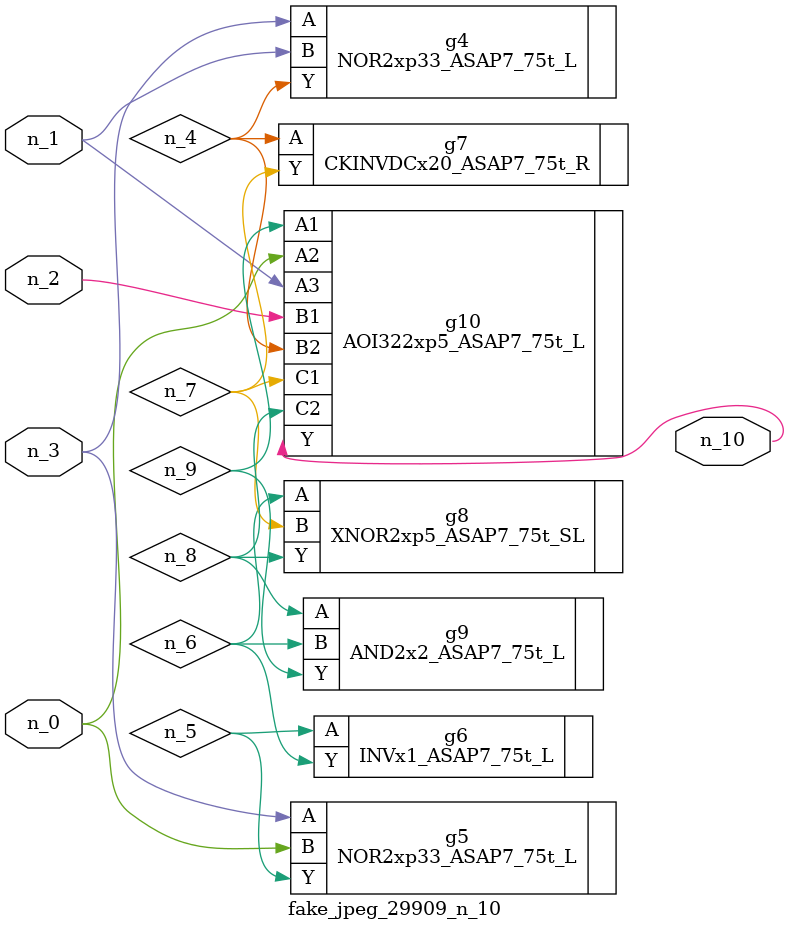
<source format=v>
module fake_jpeg_29909_n_10 (n_0, n_3, n_2, n_1, n_10);

input n_0;
input n_3;
input n_2;
input n_1;

output n_10;

wire n_4;
wire n_8;
wire n_9;
wire n_6;
wire n_5;
wire n_7;

NOR2xp33_ASAP7_75t_L g4 ( 
.A(n_3),
.B(n_1),
.Y(n_4)
);

NOR2xp33_ASAP7_75t_L g5 ( 
.A(n_3),
.B(n_0),
.Y(n_5)
);

INVx1_ASAP7_75t_L g6 ( 
.A(n_5),
.Y(n_6)
);

XNOR2xp5_ASAP7_75t_SL g8 ( 
.A(n_6),
.B(n_7),
.Y(n_8)
);

CKINVDCx20_ASAP7_75t_R g7 ( 
.A(n_4),
.Y(n_7)
);

AND2x2_ASAP7_75t_L g9 ( 
.A(n_8),
.B(n_6),
.Y(n_9)
);

AOI322xp5_ASAP7_75t_L g10 ( 
.A1(n_9),
.A2(n_0),
.A3(n_1),
.B1(n_2),
.B2(n_4),
.C1(n_7),
.C2(n_8),
.Y(n_10)
);


endmodule
</source>
